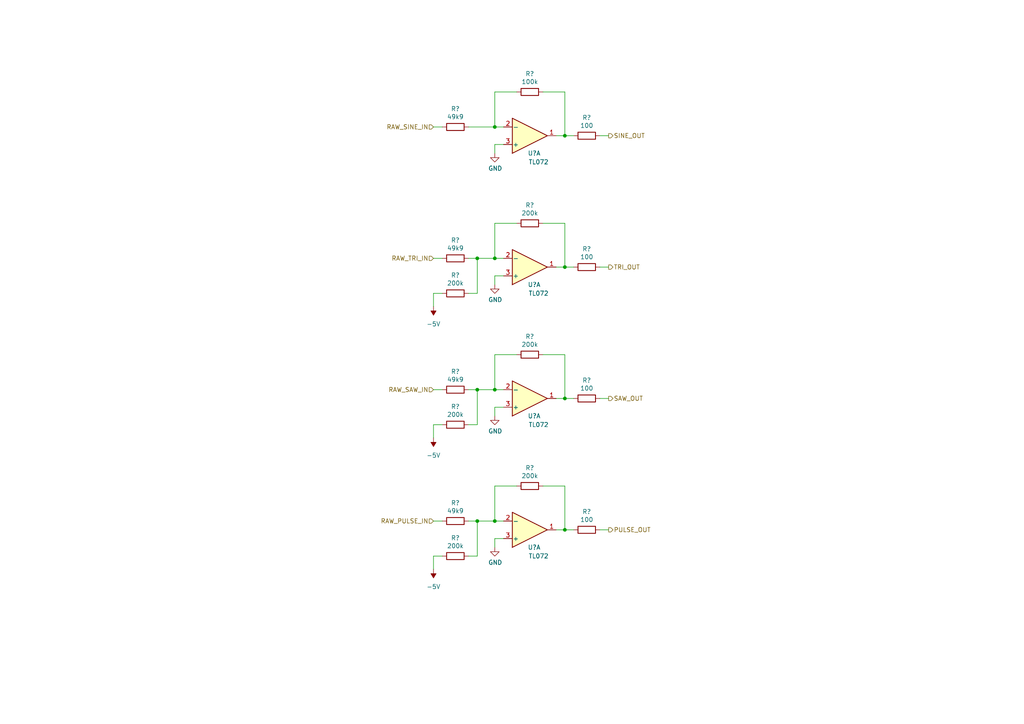
<source format=kicad_sch>
(kicad_sch (version 20211123) (generator eeschema)
  (paper "A4")
  (lib_symbols
    (symbol "Amplifier_Operational:TL072" (pin_names (offset 0.127))
      (property "Reference" "U" (at 0 5.08 0))
      (property "Value" "TL072" (at 0 -5.08 0))
      (symbol "TL072_1_1"
        (polyline (pts (xy -5.08 5.08) (xy 5.08 0) (xy -5.08 -5.08) (xy -5.08 5.08)) (stroke (width 0.254)) (fill (type background)))
        (pin output line (at 7.62 0 180) (length 2.54) (name "~") (number "1"))
        (pin input line (at -7.62 -2.54 0) (length 2.54) (name "-") (number "2"))
        (pin input line (at -7.62 2.54 0) (length 2.54) (name "+") (number "3"))
      )
      (symbol "TL072_2_1"
        (polyline (pts (xy -5.08 5.08) (xy 5.08 0) (xy -5.08 -5.08) (xy -5.08 5.08)) (stroke (width 0.254)) (fill (type background)))
        (pin input line (at -7.62 2.54 0) (length 2.54) (name "+") (number "5"))
        (pin input line (at -7.62 -2.54 0) (length 2.54) (name "-") (number "6"))
        (pin output line (at 7.62 0 180) (length 2.54) (name "~") (number "7"))
      )
      (symbol "TL072_3_1"
        (pin power_in line (at -2.54 -7.62 90) (length 3.81) (name "V-") (number "4"))
        (pin power_in line (at -2.54 7.62 270) (length 3.81) (name "V+") (number "8"))
      )
    )
    (symbol "Device:R" (pin_numbers hide) (pin_names (offset 0))
      (property "Reference" "R" (at 2.032 0 90))
      (property "Value" "R" (at 0 0 90))
      (symbol "R_0_1"
        (rectangle (start -1.016 -2.54) (end 1.016 2.54) (stroke (width 0.254)))
      )
      (symbol "R_1_1"
        (pin passive line (at 0 3.81 270) (length 1.27) (name "~") (number "1"))
        (pin passive line (at 0 -3.81 90) (length 1.27) (name "~") (number "2"))
      )
    )
    (symbol "power:-5V" (power) (pin_names (offset 0))
      (property "Value" "-5V" (at 0 3.81 0))
      (symbol "-5V_0_0"
        (pin power_in line (at 0 0 90) (length 0) hide (name "-5V") (number "1"))
      )
      (symbol "-5V_0_1"
        (polyline (pts (xy 0 0) (xy 0 1.27) (xy 0.762 1.27) (xy 0 2.54) (xy -0.762 1.27) (xy 0 1.27)) (fill (type outline)))
      )
    )
    (symbol "power:GND" (power) (pin_names (offset 0))
      (property "Value" "GND" (at 0 -3.81 0))
      (symbol "GND_0_1"
        (polyline (pts (xy 0 0) (xy 0 -1.27) (xy 1.27 -1.27) (xy 0 -2.54) (xy -1.27 -1.27) (xy 0 -1.27)))
      )
      (symbol "GND_1_1"
        (pin power_in line (at 0 0 270) (length 0) hide (name "GND") (number "1"))
      )
    )
  )
  (junction (at 138.43 113.03))
  (junction (at 143.51 113.03))
  (junction (at 138.43 74.93))
  (junction (at 138.43 151.13))
  (junction (at 163.83 153.67))
  (junction (at 163.83 77.47))
  (junction (at 143.51 36.83))
  (junction (at 143.51 151.13))
  (junction (at 143.51 74.93))
  (junction (at 163.83 39.37))
  (junction (at 163.83 115.57))
  (wire (pts (xy 135.89 74.93) (xy 138.43 74.93)))
  (wire (pts (xy 163.83 39.37) (xy 163.83 26.67)))
  (wire (pts (xy 146.05 74.93) (xy 143.51 74.93)))
  (wire (pts (xy 138.43 151.13) (xy 143.51 151.13)))
  (wire (pts (xy 163.83 140.97) (xy 157.48 140.97)))
  (wire (pts (xy 143.51 74.93) (xy 143.51 64.77)))
  (wire (pts (xy 125.73 85.09) (xy 128.27 85.09)))
  (wire (pts (xy 143.51 41.91) (xy 146.05 41.91)))
  (wire (pts (xy 125.73 88.9) (xy 125.73 85.09)))
  (wire (pts (xy 138.43 123.19) (xy 138.43 113.03)))
  (wire (pts (xy 161.29 115.57) (xy 163.83 115.57)))
  (wire (pts (xy 135.89 123.19) (xy 138.43 123.19)))
  (wire (pts (xy 166.37 39.37) (xy 163.83 39.37)))
  (wire (pts (xy 125.73 161.29) (xy 128.27 161.29)))
  (wire (pts (xy 138.43 113.03) (xy 143.51 113.03)))
  (wire (pts (xy 143.51 80.01) (xy 146.05 80.01)))
  (wire (pts (xy 143.51 120.65) (xy 143.51 118.11)))
  (wire (pts (xy 163.83 102.87) (xy 157.48 102.87)))
  (wire (pts (xy 146.05 113.03) (xy 143.51 113.03)))
  (wire (pts (xy 173.99 77.47) (xy 176.53 77.47)))
  (wire (pts (xy 125.73 165.1) (xy 125.73 161.29)))
  (wire (pts (xy 125.73 151.13) (xy 128.27 151.13)))
  (wire (pts (xy 125.73 127) (xy 125.73 123.19)))
  (wire (pts (xy 163.83 153.67) (xy 163.83 140.97)))
  (wire (pts (xy 138.43 74.93) (xy 143.51 74.93)))
  (wire (pts (xy 143.51 64.77) (xy 149.86 64.77)))
  (wire (pts (xy 128.27 113.03) (xy 125.73 113.03)))
  (wire (pts (xy 166.37 77.47) (xy 163.83 77.47)))
  (wire (pts (xy 143.51 44.45) (xy 143.51 41.91)))
  (wire (pts (xy 143.51 113.03) (xy 143.51 102.87)))
  (wire (pts (xy 161.29 77.47) (xy 163.83 77.47)))
  (wire (pts (xy 146.05 151.13) (xy 143.51 151.13)))
  (wire (pts (xy 143.51 118.11) (xy 146.05 118.11)))
  (wire (pts (xy 143.51 158.75) (xy 143.51 156.21)))
  (wire (pts (xy 143.51 26.67) (xy 149.86 26.67)))
  (wire (pts (xy 143.51 140.97) (xy 149.86 140.97)))
  (wire (pts (xy 173.99 153.67) (xy 176.53 153.67)))
  (wire (pts (xy 163.83 26.67) (xy 157.48 26.67)))
  (wire (pts (xy 143.51 102.87) (xy 149.86 102.87)))
  (wire (pts (xy 138.43 85.09) (xy 138.43 74.93)))
  (wire (pts (xy 135.89 161.29) (xy 138.43 161.29)))
  (wire (pts (xy 138.43 161.29) (xy 138.43 151.13)))
  (wire (pts (xy 163.83 77.47) (xy 163.83 64.77)))
  (wire (pts (xy 135.89 85.09) (xy 138.43 85.09)))
  (wire (pts (xy 135.89 36.83) (xy 143.51 36.83)))
  (wire (pts (xy 146.05 36.83) (xy 143.51 36.83)))
  (wire (pts (xy 173.99 115.57) (xy 176.53 115.57)))
  (wire (pts (xy 161.29 153.67) (xy 163.83 153.67)))
  (wire (pts (xy 166.37 115.57) (xy 163.83 115.57)))
  (wire (pts (xy 163.83 64.77) (xy 157.48 64.77)))
  (wire (pts (xy 143.51 82.55) (xy 143.51 80.01)))
  (wire (pts (xy 135.89 113.03) (xy 138.43 113.03)))
  (wire (pts (xy 135.89 151.13) (xy 138.43 151.13)))
  (wire (pts (xy 173.99 39.37) (xy 176.53 39.37)))
  (wire (pts (xy 143.51 156.21) (xy 146.05 156.21)))
  (wire (pts (xy 125.73 123.19) (xy 128.27 123.19)))
  (wire (pts (xy 128.27 36.83) (xy 125.73 36.83)))
  (wire (pts (xy 128.27 74.93) (xy 125.73 74.93)))
  (wire (pts (xy 143.51 36.83) (xy 143.51 26.67)))
  (wire (pts (xy 166.37 153.67) (xy 163.83 153.67)))
  (wire (pts (xy 161.29 39.37) (xy 163.83 39.37)))
  (wire (pts (xy 163.83 115.57) (xy 163.83 102.87)))
  (wire (pts (xy 143.51 151.13) (xy 143.51 140.97)))
  (hierarchical_label "RAW_TRI_IN" (shape input) (at 125.73 74.93 180))
  (hierarchical_label "RAW_SAW_IN" (shape input) (at 125.73 113.03 180))
  (hierarchical_label "PULSE_OUT" (shape output) (at 176.53 153.67 0))
  (hierarchical_label "RAW_PULSE_IN" (shape input) (at 125.73 151.13 180))
  (hierarchical_label "TRI_OUT" (shape output) (at 176.53 77.47 0))
  (hierarchical_label "SAW_OUT" (shape output) (at 176.53 115.57 0))
  (hierarchical_label "SINE_OUT" (shape output) (at 176.53 39.37 0))
  (hierarchical_label "RAW_SINE_IN" (shape input) (at 125.73 36.83 180))
  (symbol (lib_id "Device:R") (at 170.18 153.67 270) (unit 1)
    (property "Reference" "R?" (at 170.18 148.4122 90))
    (property "Value" "100" (at 170.18 150.7236 90))
  )
  (symbol (lib_id "Amplifier_Operational:TL072") (at 153.67 153.67 0) (mirror x) (unit 1)
    (property "Reference" "U?" (at 154.94 158.75 0))
    (property "Value" "TL072" (at 156.21 161.29 0))
    (property "Datasheet" "http://www.ti.com/lit/ds/symlink/tl071.pdf" (effects hide))
  )
  (symbol (lib_id "Device:R") (at 170.18 39.37 270) (unit 1)
    (property "Reference" "R?" (at 170.18 34.1122 90))
    (property "Value" "100" (at 170.18 36.4236 90))
  )
  (symbol (lib_id "Device:R") (at 153.67 102.87 270) (unit 1)
    (property "Reference" "R?" (at 153.67 97.6122 90))
    (property "Value" "200k" (at 153.67 99.9236 90))
  )
  (symbol (lib_id "Device:R") (at 132.08 123.19 270) (unit 1)
    (property "Reference" "R?" (at 132.08 117.9322 90))
    (property "Value" "200k" (at 132.08 120.2436 90))
  )
  (symbol (lib_id "Device:R") (at 132.08 85.09 270) (unit 1)
    (property "Reference" "R?" (at 132.08 79.8322 90))
    (property "Value" "200k" (at 132.08 82.1436 90))
  )
  (symbol (lib_id "Device:R") (at 170.18 77.47 270) (unit 1)
    (property "Reference" "R?" (at 170.18 72.2122 90))
    (property "Value" "100" (at 170.18 74.5236 90))
  )
  (symbol (lib_id "Device:R") (at 132.08 36.83 270) (unit 1)
    (property "Reference" "R?" (at 132.08 31.5722 90))
    (property "Value" "49k9" (at 132.08 33.8836 90))
  )
  (symbol (lib_id "power:-5V") (at 125.73 127 180) (unit 1)
    (property "Reference" "#PWR?" (effects hide))
    (property "Value" "-5V" (at 125.73 132.08 0))
  )
  (symbol (lib_id "power:GND") (at 143.51 44.45 0) (unit 1)
    (property "Reference" "#PWR?" (effects hide))
    (property "Value" "~" (at 143.637 48.8442 0))
  )
  (symbol (lib_id "Amplifier_Operational:TL072") (at 153.67 39.37 0) (mirror x) (unit 1)
    (property "Reference" "U?" (at 154.94 44.45 0))
    (property "Value" "TL072" (at 156.21 46.99 0))
    (property "Datasheet" "http://www.ti.com/lit/ds/symlink/tl071.pdf" (effects hide))
  )
  (symbol (lib_id "power:-5V") (at 125.73 165.1 180) (unit 1)
    (property "Reference" "#PWR?" (effects hide))
    (property "Value" "-5V" (at 125.73 170.18 0))
  )
  (symbol (lib_id "Amplifier_Operational:TL072") (at 153.67 77.47 0) (mirror x) (unit 1)
    (property "Reference" "U?" (at 154.94 82.55 0))
    (property "Value" "TL072" (at 156.21 85.09 0))
    (property "Datasheet" "http://www.ti.com/lit/ds/symlink/tl071.pdf" (effects hide))
  )
  (symbol (lib_id "Device:R") (at 132.08 151.13 270) (unit 1)
    (property "Reference" "R?" (at 132.08 145.8722 90))
    (property "Value" "49k9" (at 132.08 148.1836 90))
  )
  (symbol (lib_id "Device:R") (at 132.08 113.03 270) (unit 1)
    (property "Reference" "R?" (at 132.08 107.7722 90))
    (property "Value" "49k9" (at 132.08 110.0836 90))
  )
  (symbol (lib_id "power:GND") (at 143.51 82.55 0) (unit 1)
    (property "Reference" "#PWR?" (effects hide))
    (property "Value" "~" (at 143.637 86.9442 0))
  )
  (symbol (lib_id "Device:R") (at 170.18 115.57 270) (unit 1)
    (property "Reference" "R?" (at 170.18 110.3122 90))
    (property "Value" "100" (at 170.18 112.6236 90))
  )
  (symbol (lib_id "power:GND") (at 143.51 158.75 0) (unit 1)
    (property "Reference" "#PWR?" (effects hide))
    (property "Value" "~" (at 143.637 163.1442 0))
  )
  (symbol (lib_id "Device:R") (at 132.08 74.93 270) (unit 1)
    (property "Reference" "R?" (at 132.08 69.6722 90))
    (property "Value" "49k9" (at 132.08 71.9836 90))
  )
  (symbol (lib_id "power:-5V") (at 125.73 88.9 180) (unit 1)
    (property "Reference" "#PWR?" (effects hide))
    (property "Value" "-5V" (at 125.73 93.98 0))
  )
  (symbol (lib_id "power:GND") (at 143.51 120.65 0) (unit 1)
    (property "Reference" "#PWR?" (effects hide))
    (property "Value" "~" (at 143.637 125.0442 0))
  )
  (symbol (lib_id "Device:R") (at 132.08 161.29 270) (unit 1)
    (property "Reference" "R?" (at 132.08 156.0322 90))
    (property "Value" "200k" (at 132.08 158.3436 90))
  )
  (symbol (lib_id "Device:R") (at 153.67 64.77 270) (unit 1)
    (property "Reference" "R?" (at 153.67 59.5122 90))
    (property "Value" "200k" (at 153.67 61.8236 90))
  )
  (symbol (lib_id "Device:R") (at 153.67 140.97 270) (unit 1)
    (property "Reference" "R?" (at 153.67 135.7122 90))
    (property "Value" "200k" (at 153.67 138.0236 90))
  )
  (symbol (lib_id "Amplifier_Operational:TL072") (at 153.67 115.57 0) (mirror x) (unit 1)
    (property "Reference" "U?" (at 154.94 120.65 0))
    (property "Value" "TL072" (at 156.21 123.19 0))
    (property "Datasheet" "http://www.ti.com/lit/ds/symlink/tl071.pdf" (effects hide))
  )
  (symbol (lib_id "Device:R") (at 153.67 26.67 270) (unit 1)
    (property "Reference" "R?" (at 153.67 21.4122 90))
    (property "Value" "100k" (at 153.67 23.7236 90))
  )
)
</source>
